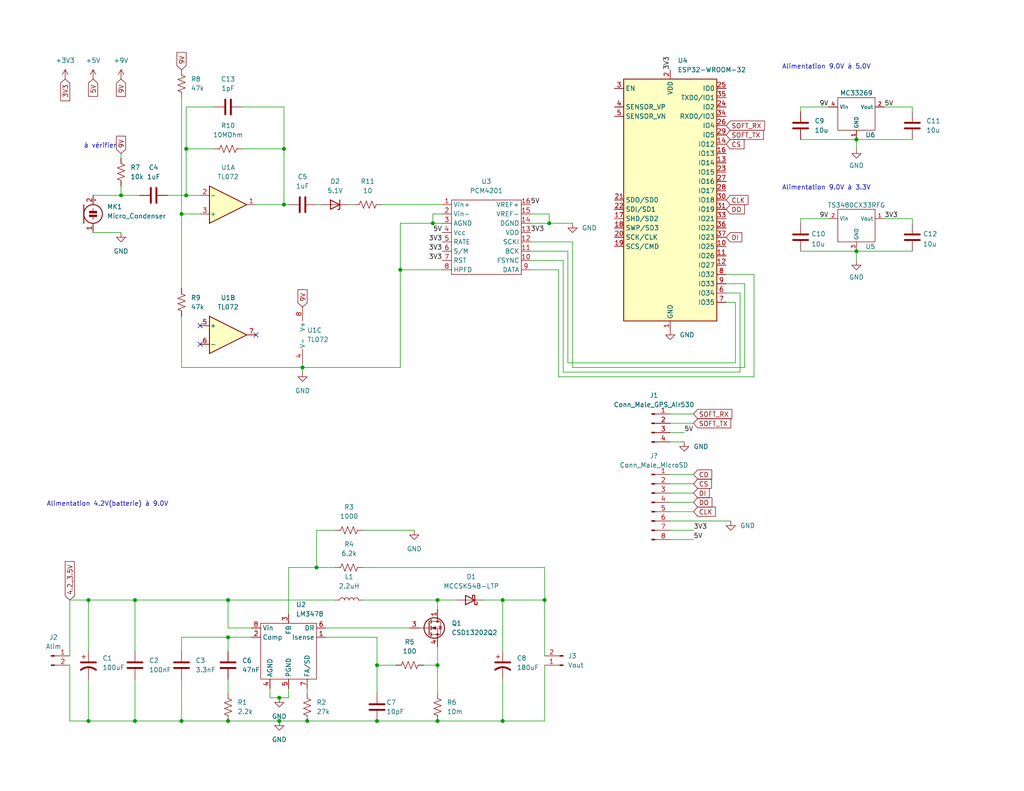
<source format=kicad_sch>
(kicad_sch (version 20211123) (generator eeschema)
  (paper "USLetter")
  (title_block (title "Schéma électrique du prototype \"À l'écoute des vers\"") (date "2022-11-21") (rev "V1.0") (company "Cégep de Sherbrooke") (comment 1 "Fait par: Jacob Turcotte et Eric Gingras") (comment 2 "Pour le cours: 247-575-SH") (comment 3 "Pour: Mme Hélène Beaumont"))
  (lib_symbols
    (symbol "Amplifier_Operational:TL072" (pin_names (offset 0.127))
      (property "Reference" "U" (at 0 5.08 0))
      (property "Value" "TL072" (at 0 -5.08 0))
      (symbol "TL072_1_1"
        (polyline (pts (xy -5.08 5.08) (xy 5.08 0) (xy -5.08 -5.08) (xy -5.08 5.08)) (stroke (width 0.254)) (fill (type background)))
        (pin output line (at 7.62 0 180) (length 2.54) (name "~") (number "1"))
        (pin input line (at -7.62 -2.54 0) (length 2.54) (name "-") (number "2"))
        (pin input line (at -7.62 2.54 0) (length 2.54) (name "+") (number "3"))
      )
      (symbol "TL072_2_1"
        (polyline (pts (xy -5.08 5.08) (xy 5.08 0) (xy -5.08 -5.08) (xy -5.08 5.08)) (stroke (width 0.254)) (fill (type background)))
        (pin input line (at -7.62 2.54 0) (length 2.54) (name "+") (number "5"))
        (pin input line (at -7.62 -2.54 0) (length 2.54) (name "-") (number "6"))
        (pin output line (at 7.62 0 180) (length 2.54) (name "~") (number "7"))
      )
      (symbol "TL072_3_1"
        (pin power_in line (at -2.54 -7.62 90) (length 3.81) (name "V-") (number "4"))
        (pin power_in line (at -2.54 7.62 270) (length 3.81) (name "V+") (number "8"))
      )
    )
    (symbol "Connector:Conn_01x02_Male" (pin_names (offset 1.016) hide)
      (property "Reference" "J" (at 0 2.54 0))
      (property "Value" "Conn_01x02_Male" (at 0 -5.08 0))
      (symbol "Conn_01x02_Male_1_1"
        (polyline (pts (xy 1.27 -2.54) (xy 0.8636 -2.54)) (stroke (width 0.1524)))
        (polyline (pts (xy 1.27 0) (xy 0.8636 0)) (stroke (width 0.1524)))
        (rectangle (start 0.8636 -2.413) (end 0 -2.667) (stroke (width 0.1524)) (fill (type outline)))
        (rectangle (start 0.8636 0.127) (end 0 -0.127) (stroke (width 0.1524)) (fill (type outline)))
        (pin passive line (at 5.08 0 180) (length 3.81) (name "Pin_1") (number "1"))
        (pin passive line (at 5.08 -2.54 180) (length 3.81) (name "Pin_2") (number "2"))
      )
    )
    (symbol "Connector:Conn_01x04_Male" (pin_names (offset 1.016) hide)
      (property "Reference" "J" (at 0 5.08 0))
      (property "Value" "Conn_01x04_Male" (at 0 -7.62 0))
      (symbol "Conn_01x04_Male_1_1"
        (polyline (pts (xy 1.27 -5.08) (xy 0.8636 -5.08)) (stroke (width 0.1524)))
        (polyline (pts (xy 1.27 -2.54) (xy 0.8636 -2.54)) (stroke (width 0.1524)))
        (polyline (pts (xy 1.27 0) (xy 0.8636 0)) (stroke (width 0.1524)))
        (polyline (pts (xy 1.27 2.54) (xy 0.8636 2.54)) (stroke (width 0.1524)))
        (rectangle (start 0.8636 -4.953) (end 0 -5.207) (stroke (width 0.1524)) (fill (type outline)))
        (rectangle (start 0.8636 -2.413) (end 0 -2.667) (stroke (width 0.1524)) (fill (type outline)))
        (rectangle (start 0.8636 0.127) (end 0 -0.127) (stroke (width 0.1524)) (fill (type outline)))
        (rectangle (start 0.8636 2.667) (end 0 2.413) (stroke (width 0.1524)) (fill (type outline)))
        (pin passive line (at 5.08 2.54 180) (length 3.81) (name "Pin_1") (number "1"))
        (pin passive line (at 5.08 0 180) (length 3.81) (name "Pin_2") (number "2"))
        (pin passive line (at 5.08 -2.54 180) (length 3.81) (name "Pin_3") (number "3"))
        (pin passive line (at 5.08 -5.08 180) (length 3.81) (name "Pin_4") (number "4"))
      )
    )
    (symbol "Connector:Conn_01x08_Male" (pin_names (offset 1.016) hide)
      (property "Reference" "J" (at 0 10.16 0))
      (property "Value" "Conn_01x08_Male" (at 0 -12.7 0))
      (symbol "Conn_01x08_Male_1_1"
        (polyline (pts (xy 1.27 -10.16) (xy 0.8636 -10.16)) (stroke (width 0.1524)))
        (polyline (pts (xy 1.27 -7.62) (xy 0.8636 -7.62)) (stroke (width 0.1524)))
        (polyline (pts (xy 1.27 -5.08) (xy 0.8636 -5.08)) (stroke (width 0.1524)))
        (polyline (pts (xy 1.27 -2.54) (xy 0.8636 -2.54)) (stroke (width 0.1524)))
        (polyline (pts (xy 1.27 0) (xy 0.8636 0)) (stroke (width 0.1524)))
        (polyline (pts (xy 1.27 2.54) (xy 0.8636 2.54)) (stroke (width 0.1524)))
        (polyline (pts (xy 1.27 5.08) (xy 0.8636 5.08)) (stroke (width 0.1524)))
        (polyline (pts (xy 1.27 7.62) (xy 0.8636 7.62)) (stroke (width 0.1524)))
        (rectangle (start 0.8636 -10.033) (end 0 -10.287) (stroke (width 0.1524)) (fill (type outline)))
        (rectangle (start 0.8636 -7.493) (end 0 -7.747) (stroke (width 0.1524)) (fill (type outline)))
        (rectangle (start 0.8636 -4.953) (end 0 -5.207) (stroke (width 0.1524)) (fill (type outline)))
        (rectangle (start 0.8636 -2.413) (end 0 -2.667) (stroke (width 0.1524)) (fill (type outline)))
        (rectangle (start 0.8636 0.127) (end 0 -0.127) (stroke (width 0.1524)) (fill (type outline)))
        (rectangle (start 0.8636 2.667) (end 0 2.413) (stroke (width 0.1524)) (fill (type outline)))
        (rectangle (start 0.8636 5.207) (end 0 4.953) (stroke (width 0.1524)) (fill (type outline)))
        (rectangle (start 0.8636 7.747) (end 0 7.493) (stroke (width 0.1524)) (fill (type outline)))
        (pin passive line (at 5.08 7.62 180) (length 3.81) (name "Pin_1") (number "1"))
        (pin passive line (at 5.08 5.08 180) (length 3.81) (name "Pin_2") (number "2"))
        (pin passive line (at 5.08 2.54 180) (length 3.81) (name "Pin_3") (number "3"))
        (pin passive line (at 5.08 0 180) (length 3.81) (name "Pin_4") (number "4"))
        (pin passive line (at 5.08 -2.54 180) (length 3.81) (name "Pin_5") (number "5"))
        (pin passive line (at 5.08 -5.08 180) (length 3.81) (name "Pin_6") (number "6"))
        (pin passive line (at 5.08 -7.62 180) (length 3.81) (name "Pin_7") (number "7"))
        (pin passive line (at 5.08 -10.16 180) (length 3.81) (name "Pin_8") (number "8"))
      )
    )
    (symbol "Custom:MC33269"
      (property "Reference" "U8" (at 2.54 -5.08 0))
      (property "Value" "MC33269" (at -1.27 6.35 0))
      (symbol "MC33269_0_1"
        (rectangle (start -6.35 5.08) (end 3.81 -3.81) (stroke (width 0.1524)))
      )
      (symbol "MC33269_1_1"
        (pin power_in line (at -1.27 -6.35 90) (length 2.5) (name "GND") (number "1"))
        (pin power_out line (at 6.35 2.54 180) (length 2.5) (name "Vout") (number "2"))
        (pin passive line (at 6.35 2.54 180) (length 2.5) hide (name "Vout") (number "3"))
        (pin power_in line (at -8.89 2.54 0) (length 2.5) (name "Vin") (number "4"))
        (pin passive line (at 6.35 2.54 180) (length 2.5) hide (name "Vout") (number "6"))
        (pin passive line (at 6.35 2.54 180) (length 2.5) hide (name "Vout") (number "7"))
      )
    )
    (symbol "Custom:TS3480CX33RFG"
      (property "Reference" "U" (at 3.81 -10.16 0))
      (property "Value" "TS3480CX33RFG" (at 0 1.27 0))
      (symbol "TS3480CX33RFG_0_1"
        (rectangle (start -5.08 0) (end 5.08 -8.89) (stroke (width 0.1524)))
      )
      (symbol "TS3480CX33RFG_1_1"
        (pin power_out line (at 7.62 -2.54 180) (length 2.5) (name "Vout") (number "1"))
        (pin power_in line (at -7.62 -2.54 0) (length 2.5) (name "Vin") (number "2"))
        (pin power_in line (at 0 -11.43 90) (length 2.5) (name "GND") (number "3"))
      )
    )
    (symbol "Device:C" (pin_numbers hide) (pin_names (offset 0.254))
      (property "Reference" "C" (at 0.635 2.54 0))
      (property "Value" "C" (at 0.635 -2.54 0))
      (symbol "C_0_1"
        (polyline (pts (xy -2.032 -0.762) (xy 2.032 -0.762)) (stroke (width 0.508)))
        (polyline (pts (xy -2.032 0.762) (xy 2.032 0.762)) (stroke (width 0.508)))
      )
      (symbol "C_1_1"
        (pin passive line (at 0 3.81 270) (length 2.794) (name "~") (number "1"))
        (pin passive line (at 0 -3.81 90) (length 2.794) (name "~") (number "2"))
      )
    )
    (symbol "Device:C_Polarized_US" (pin_numbers hide) (pin_names (offset 0.254) hide)
      (property "Reference" "C" (at 0.635 2.54 0))
      (property "Value" "C_Polarized_US" (at 0.635 -2.54 0))
      (symbol "C_Polarized_US_0_1"
        (polyline (pts (xy -2.032 0.762) (xy 2.032 0.762)) (stroke (width 0.508)))
        (polyline (pts (xy -1.778 2.286) (xy -0.762 2.286)))
        (polyline (pts (xy -1.27 1.778) (xy -1.27 2.794)))
        (arc (start 2.032 -1.27) (mid 0 -0.5572) (end -2.032 -1.27) (stroke (width 0.508)))
      )
      (symbol "C_Polarized_US_1_1"
        (pin passive line (at 0 3.81 270) (length 2.794) (name "~") (number "1"))
        (pin passive line (at 0 -3.81 90) (length 3.302) (name "~") (number "2"))
      )
    )
    (symbol "Device:D_Schottky" (pin_numbers hide) (pin_names (offset 1.016) hide)
      (property "Reference" "D" (at 0 2.54 0))
      (property "Value" "D_Schottky" (at 0 -2.54 0))
      (symbol "D_Schottky_0_1"
        (polyline (pts (xy 1.27 0) (xy -1.27 0)))
        (polyline (pts (xy 1.27 1.27) (xy 1.27 -1.27) (xy -1.27 0) (xy 1.27 1.27)) (stroke (width 0.254)))
        (polyline (pts (xy -1.905 0.635) (xy -1.905 1.27) (xy -1.27 1.27) (xy -1.27 -1.27) (xy -0.635 -1.27) (xy -0.635 -0.635)) (stroke (width 0.254)))
      )
      (symbol "D_Schottky_1_1"
        (pin passive line (at -3.81 0 0) (length 2.54) (name "K") (number "1"))
        (pin passive line (at 3.81 0 180) (length 2.54) (name "A") (number "2"))
      )
    )
    (symbol "Device:D_Zener" (pin_numbers hide) (pin_names (offset 1.016) hide)
      (property "Reference" "D" (at 0 2.54 0))
      (property "Value" "D_Zener" (at 0 -2.54 0))
      (symbol "D_Zener_0_1"
        (polyline (pts (xy 1.27 0) (xy -1.27 0)))
        (polyline (pts (xy -1.27 -1.27) (xy -1.27 1.27) (xy -0.762 1.27)) (stroke (width 0.254)))
        (polyline (pts (xy 1.27 -1.27) (xy 1.27 1.27) (xy -1.27 0) (xy 1.27 -1.27)) (stroke (width 0.254)))
      )
      (symbol "D_Zener_1_1"
        (pin passive line (at -3.81 0 0) (length 2.54) (name "K") (number "1"))
        (pin passive line (at 3.81 0 180) (length 2.54) (name "A") (number "2"))
      )
    )
    (symbol "Device:L" (pin_numbers hide) (pin_names (offset 1.016) hide)
      (property "Reference" "L" (at -1.27 0 90))
      (property "Value" "L" (at 1.905 0 90))
      (symbol "L_0_1"
        (arc (start 0 -2.54) (mid 0.635 -1.905) (end 0 -1.27))
        (arc (start 0 -1.27) (mid 0.635 -0.635) (end 0 0))
        (arc (start 0 0) (mid 0.635 0.635) (end 0 1.27))
        (arc (start 0 1.27) (mid 0.635 1.905) (end 0 2.54))
      )
      (symbol "L_1_1"
        (pin passive line (at 0 3.81 270) (length 1.27) (name "1") (number "1"))
        (pin passive line (at 0 -3.81 90) (length 1.27) (name "2") (number "2"))
      )
    )
    (symbol "Device:Microphone_Condenser" (pin_names (offset 0.0254) hide)
      (property "Reference" "MK" (at -3.302 1.27 0))
      (property "Value" "Microphone_Condenser" (at -3.302 -0.635 0))
      (symbol "Microphone_Condenser_0_1"
        (polyline (pts (xy -2.54 2.54) (xy -2.54 -2.54)) (stroke (width 0.254)))
        (polyline (pts (xy 0 -0.762) (xy 0 -1.524)))
        (polyline (pts (xy 0 0.762) (xy 0 1.524)))
        (polyline (pts (xy 0.254 3.81) (xy 0.762 3.81)))
        (polyline (pts (xy 0.508 4.064) (xy 0.508 3.556)))
        (circle (center 0 0) (radius 2.54) (stroke (width 0.254)))
        (rectangle (start 1.016 -0.254) (end -1.016 -0.762) (fill (type outline)))
        (rectangle (start 1.016 0.762) (end -1.016 0.254) (fill (type outline)))
      )
      (symbol "Microphone_Condenser_1_1"
        (pin passive line (at 0 -5.08 90) (length 2.54) (name "-") (number "1"))
        (pin passive line (at 0 5.08 270) (length 2.54) (name "+") (number "2"))
      )
    )
    (symbol "Device:R_US" (pin_numbers hide) (pin_names (offset 0))
      (property "Reference" "R" (at 2.54 0 90))
      (property "Value" "R_US" (at -2.54 0 90))
      (symbol "R_US_0_1"
        (polyline (pts (xy 0 -2.286) (xy 0 -2.54)))
        (polyline (pts (xy 0 2.286) (xy 0 2.54)))
        (polyline (pts (xy 0 -0.762) (xy 1.016 -1.143) (xy 0 -1.524) (xy -1.016 -1.905) (xy 0 -2.286)))
        (polyline (pts (xy 0 0.762) (xy 1.016 0.381) (xy 0 0) (xy -1.016 -0.381) (xy 0 -0.762)))
        (polyline (pts (xy 0 2.286) (xy 1.016 1.905) (xy 0 1.524) (xy -1.016 1.143) (xy 0 0.762)))
      )
      (symbol "R_US_1_1"
        (pin passive line (at 0 3.81 270) (length 1.27) (name "~") (number "1"))
        (pin passive line (at 0 -3.81 90) (length 1.27) (name "~") (number "2"))
      )
    )
    (symbol "LM3478:LM3478"
      (property "Reference" "U" (at 3.81 11.43 0))
      (property "Value" "LM3478" (at -8.89 0 90))
      (symbol "LM3478_0_1"
        (rectangle (start -7.62 10.16) (end 7.62 -5.08))
      )
      (symbol "LM3478_1_1"
        (pin input line (at 10.16 6.35 180) (length 2.54) (name "Isense") (number "1"))
        (pin input line (at -10.16 6.35 0) (length 2.54) (name "Comp") (number "2"))
        (pin input line (at 0 12.7 270) (length 2.54) (name "FB") (number "3"))
        (pin input line (at -5.08 -7.62 90) (length 2.54) (name "AGND") (number "4"))
        (pin input line (at 0 -7.62 90) (length 2.54) (name "PGND") (number "5"))
        (pin power_out line (at 10.16 8.89 180) (length 2.54) (name "DR") (number "6"))
        (pin input line (at 5.08 -7.62 90) (length 2.54) (name "FA/SD") (number "7"))
        (pin power_in line (at -10.16 8.89 0) (length 2.54) (name "Vin") (number "8"))
      )
    )
    (symbol "PCM4201:PCM4201"
      (property "Reference" "U" (at 3.81 6.35 0))
      (property "Value" "PCM4201" (at 3.81 3.81 0))
      (symbol "PCM4201_0_1"
        (rectangle (start -5.08 2.54) (end 13.97 -17.78))
      )
      (symbol "PCM4201_1_1"
        (pin input line (at -7.62 1.27 0) (length 2.54) (name "Vin+") (number "1"))
        (pin input line (at 16.51 -13.97 180) (length 2.54) (name "FSYNC") (number "10"))
        (pin input line (at 16.51 -11.43 180) (length 2.54) (name "BCK") (number "11"))
        (pin input line (at 16.51 -8.89 180) (length 2.54) (name "SCKI") (number "12"))
        (pin input line (at 16.51 -6.35 180) (length 2.54) (name "VDD") (number "13"))
        (pin input line (at 16.51 -3.81 180) (length 2.54) (name "DGND") (number "14"))
        (pin input line (at 16.51 -1.27 180) (length 2.54) (name "VREF-") (number "15"))
        (pin input line (at 16.51 1.27 180) (length 2.54) (name "VREF+") (number "16"))
        (pin input line (at -7.62 -1.27 0) (length 2.54) (name "Vin-") (number "2"))
        (pin input line (at -7.62 -3.81 0) (length 2.54) (name "AGND") (number "3"))
        (pin input line (at -7.62 -6.35 0) (length 2.54) (name "Vcc") (number "4"))
        (pin input line (at -7.62 -8.89 0) (length 2.54) (name "RATE") (number "5"))
        (pin input line (at -7.62 -11.43 0) (length 2.54) (name "S/M") (number "6"))
        (pin input line (at -7.62 -13.97 0) (length 2.54) (name "RST") (number "7"))
        (pin input line (at -7.62 -16.51 0) (length 2.54) (name "HPFD") (number "8"))
        (pin input line (at 16.51 -16.51 180) (length 2.54) (name "DATA") (number "9"))
      )
    )
    (symbol "RF_Module:ESP32-WROOM-32"
      (property "Reference" "U" (at -12.7 34.29 0))
      (property "Value" "ESP32-WROOM-32" (at 1.27 34.29 0))
      (symbol "ESP32-WROOM-32_0_1"
        (rectangle (start -12.7 33.02) (end 12.7 -33.02) (stroke (width 0.254)) (fill (type background)))
      )
      (symbol "ESP32-WROOM-32_1_1"
        (pin power_in line (at 0 -35.56 90) (length 2.54) (name "GND") (number "1"))
        (pin bidirectional line (at 15.24 -12.7 180) (length 2.54) (name "IO25") (number "10"))
        (pin bidirectional line (at 15.24 -15.24 180) (length 2.54) (name "IO26") (number "11"))
        (pin bidirectional line (at 15.24 -17.78 180) (length 2.54) (name "IO27") (number "12"))
        (pin bidirectional line (at 15.24 10.16 180) (length 2.54) (name "IO14") (number "13"))
        (pin bidirectional line (at 15.24 15.24 180) (length 2.54) (name "IO12") (number "14"))
        (pin passive line (at 0 -35.56 90) (length 2.54) hide (name "GND") (number "15"))
        (pin bidirectional line (at 15.24 12.7 180) (length 2.54) (name "IO13") (number "16"))
        (pin bidirectional line (at -15.24 -5.08 0) (length 2.54) (name "SHD/SD2") (number "17"))
        (pin bidirectional line (at -15.24 -7.62 0) (length 2.54) (name "SWP/SD3") (number "18"))
        (pin bidirectional line (at -15.24 -12.7 0) (length 2.54) (name "SCS/CMD") (number "19"))
        (pin power_in line (at 0 35.56 270) (length 2.54) (name "VDD") (number "2"))
        (pin bidirectional line (at -15.24 -10.16 0) (length 2.54) (name "SCK/CLK") (number "20"))
        (pin bidirectional line (at -15.24 0 0) (length 2.54) (name "SDO/SD0") (number "21"))
        (pin bidirectional line (at -15.24 -2.54 0) (length 2.54) (name "SDI/SD1") (number "22"))
        (pin bidirectional line (at 15.24 7.62 180) (length 2.54) (name "IO15") (number "23"))
        (pin bidirectional line (at 15.24 25.4 180) (length 2.54) (name "IO2") (number "24"))
        (pin bidirectional line (at 15.24 30.48 180) (length 2.54) (name "IO0") (number "25"))
        (pin bidirectional line (at 15.24 20.32 180) (length 2.54) (name "IO4") (number "26"))
        (pin bidirectional line (at 15.24 5.08 180) (length 2.54) (name "IO16") (number "27"))
        (pin bidirectional line (at 15.24 2.54 180) (length 2.54) (name "IO17") (number "28"))
        (pin bidirectional line (at 15.24 17.78 180) (length 2.54) (name "IO5") (number "29"))
        (pin input line (at -15.24 30.48 0) (length 2.54) (name "EN") (number "3"))
        (pin bidirectional line (at 15.24 0 180) (length 2.54) (name "IO18") (number "30"))
        (pin bidirectional line (at 15.24 -2.54 180) (length 2.54) (name "IO19") (number "31"))
        (pin no_connect line (at -12.7 -27.94 0) (length 2.54) hide (name "NC") (number "32"))
        (pin bidirectional line (at 15.24 -5.08 180) (length 2.54) (name "IO21") (number "33"))
        (pin bidirectional line (at 15.24 22.86 180) (length 2.54) (name "RXD0/IO3") (number "34"))
        (pin bidirectional line (at 15.24 27.94 180) (length 2.54) (name "TXD0/IO1") (number "35"))
        (pin bidirectional line (at 15.24 -7.62 180) (length 2.54) (name "IO22") (number "36"))
        (pin bidirectional line (at 15.24 -10.16 180) (length 2.54) (name "IO23") (number "37"))
        (pin passive line (at 0 -35.56 90) (length 2.54) hide (name "GND") (number "38"))
        (pin passive line (at 0 -35.56 90) (length 2.54) hide (name "GND") (number "39"))
        (pin input line (at -15.24 25.4 0) (length 2.54) (name "SENSOR_VP") (number "4"))
        (pin input line (at -15.24 22.86 0) (length 2.54) (name "SENSOR_VN") (number "5"))
        (pin input line (at 15.24 -25.4 180) (length 2.54) (name "IO34") (number "6"))
        (pin input line (at 15.24 -27.94 180) (length 2.54) (name "IO35") (number "7"))
        (pin bidirectional line (at 15.24 -20.32 180) (length 2.54) (name "IO32") (number "8"))
        (pin bidirectional line (at 15.24 -22.86 180) (length 2.54) (name "IO33") (number "9"))
      )
    )
    (symbol "Transistor_FET:CSD16301Q2" (pin_names hide)
      (property "Reference" "Q" (at 5.08 1.905 0))
      (property "Value" "CSD16301Q2" (at 5.08 0 0))
      (symbol "CSD16301Q2_0_1"
        (polyline (pts (xy 0.254 0) (xy -2.54 0)))
        (polyline (pts (xy 0.254 1.905) (xy 0.254 -1.905)) (stroke (width 0.254)))
        (polyline (pts (xy 0.762 -1.27) (xy 0.762 -2.286)) (stroke (width 0.254)))
        (polyline (pts (xy 0.762 0.508) (xy 0.762 -0.508)) (stroke (width 0.254)))
        (polyline (pts (xy 0.762 2.286) (xy 0.762 1.27)) (stroke (width 0.254)))
        (polyline (pts (xy 2.54 2.54) (xy 2.54 1.778)))
        (polyline (pts (xy 2.54 -2.54) (xy 2.54 0) (xy 0.762 0)))
        (polyline (pts (xy 0.762 -1.778) (xy 3.302 -1.778) (xy 3.302 1.778) (xy 0.762 1.778)))
        (polyline (pts (xy 1.016 0) (xy 2.032 0.381) (xy 2.032 -0.381) (xy 1.016 0)) (fill (type outline)))
        (polyline (pts (xy 2.794 0.508) (xy 2.921 0.381) (xy 3.683 0.381) (xy 3.81 0.254)))
        (polyline (pts (xy 3.302 0.381) (xy 2.921 -0.254) (xy 3.683 -0.254) (xy 3.302 0.381)))
        (circle (center 1.651 0) (radius 2.794) (stroke (width 0.254)))
        (circle (center 2.54 -1.778) (radius 0.254) (fill (type outline)))
        (circle (center 2.54 1.778) (radius 0.254) (fill (type outline)))
      )
      (symbol "CSD16301Q2_1_1"
        (pin passive line (at 2.54 5.08 270) (length 2.54) (name "D") (number "1"))
        (pin passive line (at 2.54 5.08 270) (length 2.54) hide (name "D") (number "2"))
        (pin passive line (at -5.08 0 0) (length 2.54) (name "G") (number "3"))
        (pin passive line (at 2.54 -5.08 90) (length 2.54) (name "S") (number "4"))
        (pin passive line (at 2.54 5.08 270) (length 2.54) hide (name "D") (number "5"))
        (pin passive line (at 2.54 5.08 270) (length 2.54) hide (name "D") (number "6"))
        (pin passive line (at 2.54 -5.08 90) (length 2.54) hide (name "S") (number "7"))
        (pin passive line (at 2.54 5.08 270) (length 2.54) hide (name "D") (number "8"))
      )
    )
    (symbol "power:+3.3V" (power) (pin_names (offset 0))
      (property "Value" "+3.3V" (at 0 3.556 0))
      (symbol "+3.3V_0_1"
        (polyline (pts (xy -0.762 1.27) (xy 0 2.54)))
        (polyline (pts (xy 0 0) (xy 0 2.54)))
        (polyline (pts (xy 0 2.54) (xy 0.762 1.27)))
      )
      (symbol "+3.3V_1_1"
        (pin power_in line (at 0 0 90) (length 0) hide (name "+3V3") (number "1"))
      )
    )
    (symbol "power:+5V" (power) (pin_names (offset 0))
      (property "Value" "+5V" (at 0 3.556 0))
      (symbol "+5V_0_1"
        (polyline (pts (xy -0.762 1.27) (xy 0 2.54)))
        (polyline (pts (xy 0 0) (xy 0 2.54)))
        (polyline (pts (xy 0 2.54) (xy 0.762 1.27)))
      )
      (symbol "+5V_1_1"
        (pin power_in line (at 0 0 90) (length 0) hide (name "+5V") (number "1"))
      )
    )
    (symbol "power:+9V" (power) (pin_names (offset 0))
      (property "Value" "+9V" (at 0 3.556 0))
      (symbol "+9V_0_1"
        (polyline (pts (xy -0.762 1.27) (xy 0 2.54)))
        (polyline (pts (xy 0 0) (xy 0 2.54)))
        (polyline (pts (xy 0 2.54) (xy 0.762 1.27)))
      )
      (symbol "+9V_1_1"
        (pin power_in line (at 0 0 90) (length 0) hide (name "+9V") (number "1"))
      )
    )
    (symbol "power:GND" (power) (pin_names (offset 0))
      (property "Value" "GND" (at 0 -3.81 0))
      (symbol "GND_0_1"
        (polyline (pts (xy 0 0) (xy 0 -1.27) (xy 1.27 -1.27) (xy 0 -2.54) (xy -1.27 -1.27) (xy 0 -1.27)))
      )
      (symbol "GND_1_1"
        (pin power_in line (at 0 0 270) (length 0) hide (name "GND") (number "1"))
      )
    )
  )
  (junction (at 36.83 163.83))
  (junction (at 119.38 181.61))
  (junction (at 137.16 163.83))
  (junction (at 233.68 68.58))
  (junction (at 24.13 196.85))
  (junction (at 50.8 40.64))
  (junction (at 49.53 58.42))
  (junction (at 33.02 53.34))
  (junction (at 233.68 38.1))
  (junction (at 137.16 196.85))
  (junction (at 77.47 40.64))
  (junction (at 76.2 196.85))
  (junction (at 102.87 181.61))
  (junction (at 102.87 196.85))
  (junction (at 36.83 196.85))
  (junction (at 49.53 196.85))
  (junction (at 86.36 154.94))
  (junction (at 24.13 163.83))
  (junction (at 62.23 173.99))
  (junction (at 62.23 196.85))
  (junction (at 62.23 163.83))
  (junction (at 50.8 53.34))
  (junction (at 119.38 163.83))
  (junction (at 83.82 196.85))
  (junction (at 149.86 60.96))
  (junction (at 82.55 100.33))
  (junction (at 76.2 190.5))
  (junction (at 148.59 163.83))
  (junction (at 119.38 196.85))
  (junction (at 77.47 55.88))
  (junction (at 118.11 60.96))
  (junction (at 109.22 73.66))
  (no_connect (at 54.61 88.9))
  (no_connect (at 69.85 91.44))
  (no_connect (at 54.61 93.98))
  (wire (pts (xy 241.3 29.21) (xy 248.92 29.21)))
  (wire (pts (xy 76.2 196.85) (xy 83.82 196.85)))
  (wire (pts (xy 24.13 177.8) (xy 24.13 163.83)))
  (wire (pts (xy 200.66 99.06) (xy 200.66 82.55)))
  (wire (pts (xy 49.53 196.85) (xy 62.23 196.85)))
  (wire (pts (xy 233.68 38.1) (xy 233.68 40.64)))
  (wire (pts (xy 118.11 58.42) (xy 118.11 60.96)))
  (wire (pts (xy 19.05 163.83) (xy 24.13 163.83)))
  (wire (pts (xy 182.88 134.62) (xy 189.23 134.62)))
  (wire (pts (xy 119.38 176.53) (xy 119.38 181.61)))
  (wire (pts (xy 33.02 43.18) (xy 33.02 41.91)))
  (wire (pts (xy 86.36 144.78) (xy 86.36 154.94)))
  (wire (pts (xy 69.85 55.88) (xy 77.47 55.88)))
  (wire (pts (xy 62.23 185.42) (xy 62.23 189.23)))
  (wire (pts (xy 49.53 185.42) (xy 49.53 196.85)))
  (wire (pts (xy 218.44 68.58) (xy 233.68 68.58)))
  (wire (pts (xy 24.13 185.42) (xy 24.13 196.85)))
  (wire (pts (xy 25.4 63.5) (xy 33.02 63.5)))
  (wire (pts (xy 58.42 29.21) (xy 50.8 29.21)))
  (wire (pts (xy 205.74 74.93) (xy 198.12 74.93)))
  (wire (pts (xy 99.06 163.83) (xy 119.38 163.83)))
  (wire (pts (xy 148.59 154.94) (xy 148.59 163.83)))
  (wire (pts (xy 156.21 100.33) (xy 203.2 100.33)))
  (wire (pts (xy 36.83 196.85) (xy 49.53 196.85)))
  (wire (pts (xy 76.2 190.5) (xy 78.74 190.5)))
  (wire (pts (xy 104.14 55.88) (xy 120.65 55.88)))
  (wire (pts (xy 132.08 163.83) (xy 137.16 163.83)))
  (wire (pts (xy 19.05 179.07) (xy 19.05 163.83)))
  (wire (pts (xy 109.22 60.96) (xy 118.11 60.96)))
  (wire (pts (xy 36.83 185.42) (xy 36.83 196.85)))
  (wire (pts (xy 45.72 53.34) (xy 50.8 53.34)))
  (wire (pts (xy 82.55 101.6) (xy 82.55 100.33)))
  (wire (pts (xy 68.58 173.99) (xy 62.23 173.99)))
  (wire (pts (xy 77.47 40.64) (xy 77.47 55.88)))
  (wire (pts (xy 182.88 139.7) (xy 189.23 139.7)))
  (wire (pts (xy 95.25 55.88) (xy 96.52 55.88)))
  (wire (pts (xy 88.9 173.99) (xy 102.87 173.99)))
  (wire (pts (xy 49.53 177.8) (xy 49.53 173.99)))
  (wire (pts (xy 144.78 58.42) (xy 149.86 58.42)))
  (wire (pts (xy 233.68 68.58) (xy 248.92 68.58)))
  (wire (pts (xy 203.2 100.33) (xy 203.2 77.47)))
  (wire (pts (xy 154.94 68.58) (xy 154.94 99.06)))
  (wire (pts (xy 182.88 142.24) (xy 199.39 142.24)))
  (wire (pts (xy 49.53 26.67) (xy 49.53 58.42)))
  (wire (pts (xy 182.88 144.78) (xy 189.23 144.78)))
  (wire (pts (xy 248.92 29.21) (xy 248.92 30.48)))
  (wire (pts (xy 66.04 29.21) (xy 77.47 29.21)))
  (wire (pts (xy 144.78 73.66) (xy 152.4 73.66)))
  (wire (pts (xy 144.78 66.04) (xy 156.21 66.04)))
  (wire (pts (xy 77.47 29.21) (xy 77.47 40.64)))
  (wire (pts (xy 233.68 68.58) (xy 233.68 71.12)))
  (wire (pts (xy 119.38 166.37) (xy 119.38 163.83)))
  (wire (pts (xy 49.53 86.36) (xy 49.53 100.33)))
  (wire (pts (xy 118.11 60.96) (xy 120.65 60.96)))
  (wire (pts (xy 218.44 29.21) (xy 226.06 29.21)))
  (wire (pts (xy 66.04 40.64) (xy 77.47 40.64)))
  (wire (pts (xy 19.05 181.61) (xy 19.05 196.85)))
  (wire (pts (xy 73.66 190.5) (xy 76.2 190.5)))
  (wire (pts (xy 109.22 73.66) (xy 109.22 100.33)))
  (wire (pts (xy 19.05 196.85) (xy 24.13 196.85)))
  (wire (pts (xy 36.83 177.8) (xy 36.83 163.83)))
  (wire (pts (xy 78.74 190.5) (xy 78.74 187.96)))
  (wire (pts (xy 91.44 154.94) (xy 86.36 154.94)))
  (wire (pts (xy 99.06 154.94) (xy 148.59 154.94)))
  (wire (pts (xy 119.38 163.83) (xy 124.46 163.83)))
  (wire (pts (xy 137.16 163.83) (xy 137.16 177.8)))
  (wire (pts (xy 78.74 154.94) (xy 78.74 167.64)))
  (wire (pts (xy 201.93 80.01) (xy 198.12 80.01)))
  (wire (pts (xy 233.68 38.1) (xy 248.92 38.1)))
  (wire (pts (xy 24.13 196.85) (xy 36.83 196.85)))
  (wire (pts (xy 152.4 102.87) (xy 205.74 102.87)))
  (wire (pts (xy 68.58 171.45) (xy 62.23 171.45)))
  (wire (pts (xy 156.21 66.04) (xy 156.21 100.33)))
  (wire (pts (xy 182.88 120.65) (xy 186.69 120.65)))
  (wire (pts (xy 36.83 163.83) (xy 62.23 163.83)))
  (wire (pts (xy 148.59 181.61) (xy 148.59 196.85)))
  (wire (pts (xy 153.67 101.6) (xy 201.93 101.6)))
  (wire (pts (xy 137.16 185.42) (xy 137.16 196.85)))
  (wire (pts (xy 86.36 55.88) (xy 87.63 55.88)))
  (wire (pts (xy 88.9 171.45) (xy 111.76 171.45)))
  (wire (pts (xy 49.53 58.42) (xy 49.53 78.74)))
  (wire (pts (xy 148.59 196.85) (xy 137.16 196.85)))
  (wire (pts (xy 102.87 196.85) (xy 119.38 196.85)))
  (wire (pts (xy 77.47 55.88) (xy 78.74 55.88)))
  (wire (pts (xy 82.55 100.33) (xy 82.55 99.06)))
  (wire (pts (xy 50.8 29.21) (xy 50.8 40.64)))
  (wire (pts (xy 119.38 181.61) (xy 119.38 189.23)))
  (wire (pts (xy 144.78 60.96) (xy 149.86 60.96)))
  (wire (pts (xy 148.59 179.07) (xy 148.59 163.83)))
  (wire (pts (xy 24.13 163.83) (xy 36.83 163.83)))
  (wire (pts (xy 182.88 147.32) (xy 189.23 147.32)))
  (wire (pts (xy 149.86 60.96) (xy 156.21 60.96)))
  (wire (pts (xy 218.44 59.69) (xy 218.44 60.96)))
  (wire (pts (xy 62.23 173.99) (xy 62.23 177.8)))
  (wire (pts (xy 33.02 53.34) (xy 33.02 50.8)))
  (wire (pts (xy 201.93 101.6) (xy 201.93 80.01)))
  (wire (pts (xy 62.23 171.45) (xy 62.23 163.83)))
  (wire (pts (xy 33.02 53.34) (xy 38.1 53.34)))
  (wire (pts (xy 154.94 99.06) (xy 200.66 99.06)))
  (wire (pts (xy 182.88 132.08) (xy 189.23 132.08)))
  (wire (pts (xy 226.06 59.69) (xy 218.44 59.69)))
  (wire (pts (xy 107.95 181.61) (xy 102.87 181.61)))
  (wire (pts (xy 58.42 40.64) (xy 50.8 40.64)))
  (wire (pts (xy 241.3 59.69) (xy 248.92 59.69)))
  (wire (pts (xy 49.53 173.99) (xy 62.23 173.99)))
  (wire (pts (xy 99.06 144.78) (xy 113.03 144.78)))
  (wire (pts (xy 182.88 118.11) (xy 186.69 118.11)))
  (wire (pts (xy 86.36 154.94) (xy 78.74 154.94)))
  (wire (pts (xy 91.44 144.78) (xy 86.36 144.78)))
  (wire (pts (xy 182.88 129.54) (xy 189.23 129.54)))
  (wire (pts (xy 54.61 58.42) (xy 49.53 58.42)))
  (wire (pts (xy 102.87 181.61) (xy 102.87 189.23)))
  (wire (pts (xy 205.74 102.87) (xy 205.74 74.93)))
  (wire (pts (xy 50.8 53.34) (xy 54.61 53.34)))
  (wire (pts (xy 109.22 100.33) (xy 82.55 100.33)))
  (wire (pts (xy 62.23 163.83) (xy 91.44 163.83)))
  (wire (pts (xy 137.16 196.85) (xy 119.38 196.85)))
  (wire (pts (xy 218.44 29.21) (xy 218.44 30.48)))
  (wire (pts (xy 73.66 187.96) (xy 73.66 190.5)))
  (wire (pts (xy 248.92 59.69) (xy 248.92 60.96)))
  (wire (pts (xy 109.22 73.66) (xy 120.65 73.66)))
  (wire (pts (xy 182.88 115.57) (xy 189.23 115.57)))
  (wire (pts (xy 152.4 73.66) (xy 152.4 102.87)))
  (wire (pts (xy 83.82 196.85) (xy 102.87 196.85)))
  (wire (pts (xy 149.86 58.42) (xy 149.86 60.96)))
  (wire (pts (xy 120.65 58.42) (xy 118.11 58.42)))
  (wire (pts (xy 153.67 71.12) (xy 153.67 101.6)))
  (wire (pts (xy 50.8 40.64) (xy 50.8 53.34)))
  (wire (pts (xy 49.53 100.33) (xy 82.55 100.33)))
  (wire (pts (xy 148.59 163.83) (xy 137.16 163.83)))
  (wire (pts (xy 200.66 82.55) (xy 198.12 82.55)))
  (wire (pts (xy 144.78 68.58) (xy 154.94 68.58)))
  (wire (pts (xy 144.78 71.12) (xy 153.67 71.12)))
  (wire (pts (xy 62.23 196.85) (xy 76.2 196.85)))
  (wire (pts (xy 83.82 187.96) (xy 83.82 189.23)))
  (wire (pts (xy 109.22 60.96) (xy 109.22 73.66)))
  (wire (pts (xy 182.88 137.16) (xy 189.23 137.16)))
  (wire (pts (xy 102.87 173.99) (xy 102.87 181.61)))
  (wire (pts (xy 203.2 77.47) (xy 198.12 77.47)))
  (wire (pts (xy 218.44 38.1) (xy 233.68 38.1)))
  (wire (pts (xy 25.4 53.34) (xy 33.02 53.34)))
  (wire (pts (xy 182.88 113.03) (xy 189.23 113.03)))
  (wire (pts (xy 115.57 181.61) (xy 119.38 181.61)))
  (text "à vérifier" (at 22.86 40.64 0) (effects (font (size 1.27 1.27)) (justify left bottom)))
  (text "Alimentation 4.2V(batterie) à 9.0V" (at 12.7 138.43 0) (effects (font (size 1.27 1.27)) (justify left bottom)))
  (text "Alimentation 9.0V à 5.0V" (at 213.36 19.05 0) (effects (font (size 1.27 1.27)) (justify left bottom)))
  (text "Alimentation 9.0V à 3.3V" (at 213.36 52.07 0) (effects (font (size 1.27 1.27)) (justify left bottom)))
  (label "5V" (at 144.78 55.88 0))
  (label "5V" (at 189.23 147.32 0))
  (label "3V3" (at 120.65 68.58 180))
  (label "3V3" (at 144.78 63.5 0))
  (label "5V" (at 120.65 63.5 180))
  (label "3V3" (at 182.88 19.05 90))
  (label "9V" (at 226.06 59.69 180))
  (label "3V3" (at 189.23 144.78 0))
  (label "3V3" (at 241.3 59.69 0))
  (label "3V3" (at 120.65 66.04 180))
  (label "5V" (at 241.3 29.21 0))
  (label "3V3" (at 120.65 71.12 180))
  (label "9V" (at 226.06 29.21 180))
  (label "5V" (at 186.69 118.11 0))
  (global_label "SOFT_RX" (shape input) (at 189.23 113.03 0) (property "Intersheet References" "${INTERSHEET_REFS}" (effects hide)))
  (global_label "9V" (shape input) (at 33.02 41.91 90) (property "Intersheet References" "${INTERSHEET_REFS}" (effects hide)))
  (global_label "CLK" (shape input) (at 189.23 139.7 0) (property "Intersheet References" "${INTERSHEET_REFS}" (effects hide)))
  (global_label "3V3" (shape input) (at 17.78 21.59 270) (property "Intersheet References" "${INTERSHEET_REFS}" (effects hide)))
  (global_label "4.2_3.5V" (shape input) (at 19.05 163.83 90) (property "Intersheet References" "${INTERSHEET_REFS}" (effects hide)))
  (global_label "CLK" (shape input) (at 198.12 54.61 0) (property "Intersheet References" "${INTERSHEET_REFS}" (effects hide)))
  (global_label "9V" (shape input) (at 82.55 83.82 90) (property "Intersheet References" "${INTERSHEET_REFS}" (effects hide)))
  (global_label "CS" (shape input) (at 198.12 39.37 0) (property "Intersheet References" "${INTERSHEET_REFS}" (effects hide)))
  (global_label "SOFT_RX" (shape input) (at 198.12 34.29 0) (property "Intersheet References" "${INTERSHEET_REFS}" (effects hide)))
  (global_label "DO" (shape input) (at 189.23 137.16 0) (property "Intersheet References" "${INTERSHEET_REFS}" (effects hide)))
  (global_label "DI" (shape input) (at 198.12 64.77 0) (property "Intersheet References" "${INTERSHEET_REFS}" (effects hide)))
  (global_label "5V" (shape input) (at 25.4 21.59 270) (property "Intersheet References" "${INTERSHEET_REFS}" (effects hide)))
  (global_label "9V" (shape input) (at 33.02 21.59 270) (property "Intersheet References" "${INTERSHEET_REFS}" (effects hide)))
  (global_label "CS" (shape input) (at 189.23 132.08 0) (property "Intersheet References" "${INTERSHEET_REFS}" (effects hide)))
  (global_label "SOFT_TX" (shape input) (at 198.12 36.83 0) (property "Intersheet References" "${INTERSHEET_REFS}" (effects hide)))
  (global_label "9V" (shape input) (at 49.53 19.05 90) (property "Intersheet References" "${INTERSHEET_REFS}" (effects hide)))
  (global_label "DO" (shape input) (at 198.12 57.15 0) (property "Intersheet References" "${INTERSHEET_REFS}" (effects hide)))
  (global_label "SOFT_TX" (shape input) (at 189.23 115.57 0) (property "Intersheet References" "${INTERSHEET_REFS}" (effects hide)))
  (global_label "CD" (shape input) (at 189.23 129.54 0) (property "Intersheet References" "${INTERSHEET_REFS}" (effects hide)))
  (global_label "DI" (shape input) (at 189.23 134.62 0) (property "Intersheet References" "${INTERSHEET_REFS}" (effects hide)))
  (symbol (lib_id "PCM4201:PCM4201") (at 128.27 57.15 0) (unit 1)
    (property "Reference" "U3" (at 132.715 49.53 0))
    (property "Value" "PCM4201" (at 132.715 52.07 0))
  )
  (symbol (lib_id "Device:R_US") (at 33.02 46.99 180) (unit 1)
    (property "Reference" "R7" (at 35.56 45.7199 0) (effects (justify right)))
    (property "Value" "10k" (at 35.56 48.2599 0) (effects (justify right)))
    (property "Footprint" "Resistor_SMD:R_0805_2012Metric" (effects hide))
  )
  (symbol (lib_id "Device:C") (at 82.55 55.88 90) (unit 1)
    (property "Reference" "C5" (at 82.55 48.26 90))
    (property "Value" "1uF" (at 82.55 50.8 90))
  )
  (symbol (lib_id "power:GND") (at 233.68 71.12 0) (unit 1)
    (property "Reference" "#PWR016" (effects hide))
    (property "Value" "GND" (at 233.68 75.6825 0))
  )
  (symbol (lib_id "Device:C") (at 102.87 193.04 0) (unit 1)
    (property "Reference" "C7" (at 105.41 191.7699 0) (effects (justify left)))
    (property "Value" "10pF" (at 105.41 194.3099 0) (effects (justify left)))
    (property "Footprint" "Capacitor_SMD:C_0805_2012Metric_Pad1.18x1.45mm_HandSolder" (effects hide))
  )
  (symbol (lib_id "Device:L") (at 95.25 163.83 90) (unit 1)
    (property "Reference" "L1" (at 95.25 157.48 90))
    (property "Value" "2.2uH" (at 95.25 160.02 90))
    (property "Footprint" "Inductor_SMD:L_7.3x7.3_H3.5" (effects hide))
  )
  (symbol (lib_id "power:GND") (at 156.21 60.96 0) (unit 1)
    (property "Reference" "#PWR013" (effects hide))
    (property "Value" "GND" (at 158.75 62.2299 0) (effects (justify left)))
  )
  (symbol (lib_id "Device:R_US") (at 119.38 193.04 180) (unit 1)
    (property "Reference" "R6" (at 121.92 191.7699 0) (effects (justify right)))
    (property "Value" "10m" (at 121.92 194.3099 0) (effects (justify right)))
    (property "Footprint" "Resistor_SMD:R_1206_3216Metric" (effects hide))
  )
  (symbol (lib_id "Device:R_US") (at 95.25 144.78 90) (unit 1)
    (property "Reference" "R3" (at 95.25 138.43 90))
    (property "Value" "1000" (at 95.25 140.97 90))
    (property "Footprint" "Resistor_SMD:R_0805_2012Metric" (effects hide))
  )
  (symbol (lib_id "power:GND") (at 233.68 40.64 0) (unit 1)
    (property "Reference" "#PWR015" (effects hide))
    (property "Value" "GND" (at 233.68 45.2025 0))
  )
  (symbol (lib_id "power:GND") (at 199.39 142.24 0) (unit 1)
    (property "Reference" "#PWR?" (effects hide))
    (property "Value" "GND" (at 201.93 143.5099 0) (effects (justify left)))
  )
  (symbol (lib_id "power:GND") (at 76.2 190.5 0) (unit 1)
    (property "Reference" "#PWR09" (effects hide))
    (property "Value" "GND" (at 76.2 195.58 0))
  )
  (symbol (lib_id "power:+5V") (at 25.4 21.59 0) (unit 1)
    (property "Reference" "#PWR02" (effects hide))
    (property "Value" "+5V" (at 25.4 16.51 0))
  )
  (symbol (lib_id "power:+9V") (at 33.02 21.59 0) (unit 1)
    (property "Reference" "#PWR03" (effects hide))
    (property "Value" "+9V" (at 33.02 16.51 0))
  )
  (symbol (lib_id "Device:C_Polarized_US") (at 137.16 181.61 0) (unit 1)
    (property "Reference" "C8" (at 140.97 179.7049 0) (effects (justify left)))
    (property "Value" "180uF" (at 140.97 182.2449 0) (effects (justify left)))
    (property "Footprint" "Capacitor_SMD:CP_Elec_6.3x9.9" (effects hide))
  )
  (symbol (lib_id "RF_Module:ESP32-WROOM-32") (at 182.88 54.61 0) (unit 1)
    (property "Reference" "U4" (at 184.8994 16.51 0) (effects (justify left)))
    (property "Value" "ESP32-WROOM-32" (at 184.8994 19.05 0) (effects (justify left)))
    (property "Footprint" "RF_Module:ESP32-WROOM-32" (effects hide))
    (property "Datasheet" "https://www.espressif.com/sites/default/files/documentation/esp32-wroom-32_datasheet_en.pdf" (effects hide))
  )
  (symbol (lib_id "power:GND") (at 182.88 90.17 0) (unit 1)
    (property "Reference" "#PWR014" (effects hide))
    (property "Value" "GND" (at 185.42 91.4399 0) (effects (justify left)))
  )
  (symbol (lib_id "Connector:Conn_01x08_Male") (at 177.8 137.16 0) (unit 1)
    (property "Reference" "J?" (at 178.435 124.46 0))
    (property "Value" "Conn_Male_MicroSD" (at 178.435 127 0))
  )
  (symbol (lib_id "Device:R_US") (at 83.82 193.04 0) (unit 1)
    (property "Reference" "R2" (at 86.36 191.7699 0) (effects (justify left)))
    (property "Value" "27k" (at 86.36 194.3099 0) (effects (justify left)))
    (property "Footprint" "Resistor_SMD:R_0805_2012Metric" (effects hide))
  )
  (symbol (lib_id "Device:D_Zener") (at 91.44 55.88 180) (unit 1)
    (property "Reference" "D2" (at 91.44 49.53 0))
    (property "Value" "5.1V" (at 91.44 52.07 0))
  )
  (symbol (lib_id "Device:C") (at 36.83 181.61 0) (unit 1)
    (property "Reference" "C2" (at 40.64 180.3399 0) (effects (justify left)))
    (property "Value" "100nF" (at 40.64 182.8799 0) (effects (justify left)))
    (property "Footprint" "Capacitor_SMD:C_0805_2012Metric_Pad1.18x1.45mm_HandSolder" (effects hide))
  )
  (symbol (lib_id "power:GND") (at 186.69 120.65 0) (unit 1)
    (property "Reference" "#PWR0101" (effects hide))
    (property "Value" "GND" (at 189.23 121.9199 0) (effects (justify left)))
  )
  (symbol (lib_id "Custom:MC33269") (at 234.95 31.75 0) (unit 1)
    (property "Reference" "U6" (at 237.49 36.83 0))
    (property "Value" "MC33269" (at 233.68 25.4 0))
    (property "Footprint" "Package_SO:SO-8_3.9x4.9mm_P1.27mm" (effects hide))
  )
  (symbol (lib_id "Device:C") (at 248.92 64.77 0) (unit 1)
    (property "Reference" "C12" (at 251.841 63.8615 0) (effects (justify left)))
    (property "Value" "10u" (at 251.841 66.6366 0) (effects (justify left)))
    (property "Footprint" "Capacitor_SMD:C_0805_2012Metric_Pad1.18x1.45mm_HandSolder" (effects hide))
  )
  (symbol (lib_id "Device:C") (at 218.44 34.29 0) (unit 1)
    (property "Reference" "C9" (at 222.25 33.0199 0) (effects (justify left)))
    (property "Value" "10u" (at 222.25 35.5599 0) (effects (justify left)))
    (property "Footprint" "Capacitor_SMD:C_0805_2012Metric_Pad1.18x1.45mm_HandSolder" (effects hide))
  )
  (symbol (lib_id "Transistor_FET:CSD16301Q2") (at 116.84 171.45 0) (unit 1)
    (property "Reference" "Q1" (at 123.19 170.1799 0) (effects (justify left)))
    (property "Value" "CSD13202Q2" (at 123.19 172.7199 0) (effects (justify left)))
    (property "Footprint" "Package_SON:Texas_DQK" (effects hide))
    (property "Datasheet" "http://www.ti.com/lit/ds/symlink/csd16301q2.pdf" (effects hide))
  )
  (symbol (lib_id "Device:R_US") (at 100.33 55.88 90) (unit 1)
    (property "Reference" "R11" (at 100.33 49.53 90))
    (property "Value" "10" (at 100.33 52.07 90))
  )
  (symbol (lib_id "Device:D_Schottky") (at 128.27 163.83 180) (unit 1)
    (property "Reference" "D1" (at 128.5875 157.48 0))
    (property "Value" "MCCSK54B-LTP" (at 128.5875 160.02 0))
    (property "Footprint" "Diode_SMD:D_SMB" (effects hide))
  )
  (symbol (lib_id "Device:R_US") (at 111.76 181.61 90) (unit 1)
    (property "Reference" "R5" (at 111.76 175.26 90))
    (property "Value" "100" (at 111.76 177.8 90))
    (property "Footprint" "Resistor_SMD:R_0805_2012Metric" (effects hide))
  )
  (symbol (lib_id "power:GND") (at 82.55 101.6 0) (unit 1)
    (property "Reference" "#PWR05" (effects hide))
    (property "Value" "GND" (at 82.55 106.68 0))
  )
  (symbol (lib_id "Device:R_US") (at 49.53 22.86 180) (unit 1)
    (property "Reference" "R8" (at 52.07 21.5899 0) (effects (justify right)))
    (property "Value" "47k" (at 52.07 24.1299 0) (effects (justify right)))
    (property "Footprint" "Resistor_SMD:R_0805_2012Metric" (effects hide))
  )
  (symbol (lib_id "power:+3.3V") (at 17.78 21.59 0) (unit 1)
    (property "Reference" "#PWR01" (effects hide))
    (property "Value" "+3.3V" (at 17.78 16.51 0))
  )
  (symbol (lib_id "Device:R_US") (at 62.23 193.04 0) (unit 1)
    (property "Reference" "R1" (at 64.77 191.7699 0) (effects (justify left)))
    (property "Value" "2.2k" (at 64.77 194.3099 0) (effects (justify left)))
    (property "Footprint" "Resistor_SMD:R_0805_2012Metric" (effects hide))
  )
  (symbol (lib_id "LM3478:LM3478") (at 78.74 180.34 0) (unit 1)
    (property "Reference" "U2" (at 80.7594 165.1 0) (effects (justify left)))
    (property "Value" "LM3478" (at 80.7594 167.64 0) (effects (justify left)))
    (property "Footprint" "Package_SO:SOIC-8_3.9x4.9mm_P1.27mm" (effects hide))
  )
  (symbol (lib_id "Device:R_US") (at 62.23 40.64 270) (unit 1)
    (property "Reference" "R10" (at 62.23 34.29 90))
    (property "Value" "10MOhm" (at 62.23 36.83 90))
    (property "Footprint" "Resistor_SMD:R_0805_2012Metric" (effects hide))
  )
  (symbol (lib_id "power:GND") (at 33.02 63.5 0) (unit 1)
    (property "Reference" "#PWR04" (effects hide))
    (property "Value" "GND" (at 33.02 68.58 0))
  )
  (symbol (lib_id "Connector:Conn_01x02_Male") (at 13.97 179.07 0) (unit 1)
    (property "Reference" "J2" (at 14.605 173.99 0))
    (property "Value" "Alim" (at 14.605 176.53 0))
    (property "Footprint" "Connector_PinSocket_2.54mm:PinSocket_1x02_P2.54mm_Vertical" (effects hide))
  )
  (symbol (lib_id "Amplifier_Operational:TL072") (at 62.23 91.44 0) (unit 2)
    (property "Reference" "U1" (at 62.23 81.28 0))
    (property "Value" "TL072" (at 62.23 83.82 0))
    (property "Footprint" "Package_DIP:DIP-8_W7.62mm" (effects hide))
    (property "Datasheet" "http://www.ti.com/lit/ds/symlink/tl071.pdf" (effects hide))
  )
  (symbol (lib_id "Device:C_Polarized_US") (at 24.13 181.61 0) (unit 1)
    (property "Reference" "C1" (at 27.94 179.7049 0) (effects (justify left)))
    (property "Value" "100uF" (at 27.94 182.2449 0) (effects (justify left)))
    (property "Footprint" "Capacitor_SMD:C_0805_2012Metric_Pad1.18x1.45mm_HandSolder" (effects hide))
  )
  (symbol (lib_id "Device:Microphone_Condenser") (at 25.4 58.42 0) (unit 1)
    (property "Reference" "MK1" (at 29.21 56.4514 0) (effects (justify left)))
    (property "Value" "Micro_Condenser" (at 29.21 58.9914 0) (effects (justify left)))
  )
  (symbol (lib_id "Device:C") (at 49.53 181.61 0) (unit 1)
    (property "Reference" "C3" (at 53.34 180.3399 0) (effects (justify left)))
    (property "Value" "3.3nF" (at 53.34 182.8799 0) (effects (justify left)))
    (property "Footprint" "Capacitor_SMD:C_0805_2012Metric_Pad1.18x1.45mm_HandSolder" (effects hide))
  )
  (symbol (lib_id "Device:C") (at 41.91 53.34 90) (unit 1)
    (property "Reference" "C4" (at 41.91 45.72 90))
    (property "Value" "1uF" (at 41.91 48.26 90))
  )
  (symbol (lib_id "Connector:Conn_01x04_Male") (at 177.8 115.57 0) (unit 1)
    (property "Reference" "J1" (at 178.435 107.95 0))
    (property "Value" "Conn_Male_GPS_Air530" (at 178.435 110.49 0))
  )
  (symbol (lib_id "Amplifier_Operational:TL072") (at 62.23 55.88 0) (mirror x) (unit 1)
    (property "Reference" "U1" (at 62.23 45.72 0))
    (property "Value" "TL072" (at 62.23 48.26 0))
    (property "Footprint" "Package_DIP:DIP-8_W7.62mm" (effects hide))
    (property "Datasheet" "http://www.ti.com/lit/ds/symlink/tl071.pdf" (effects hide))
  )
  (symbol (lib_id "Device:C") (at 62.23 181.61 0) (unit 1)
    (property "Reference" "C6" (at 66.04 180.3399 0) (effects (justify left)))
    (property "Value" "47nF" (at 66.04 182.8799 0) (effects (justify left)))
    (property "Footprint" "Capacitor_SMD:C_0805_2012Metric_Pad1.18x1.45mm_HandSolder" (effects hide))
  )
  (symbol (lib_id "Amplifier_Operational:TL072") (at 85.09 91.44 0) (unit 3)
    (property "Reference" "U1" (at 83.82 90.1699 0) (effects (justify left)))
    (property "Value" "TL072" (at 83.82 92.7099 0) (effects (justify left)))
    (property "Footprint" "Package_DIP:DIP-8_W7.62mm" (effects hide))
    (property "Datasheet" "http://www.ti.com/lit/ds/symlink/tl071.pdf" (effects hide))
  )
  (symbol (lib_id "power:GND") (at 76.2 196.85 0) (unit 1)
    (property "Reference" "#PWR010" (effects hide))
    (property "Value" "GND" (at 76.2 201.93 0))
  )
  (symbol (lib_id "Connector:Conn_01x02_Male") (at 153.67 181.61 180) (unit 1)
    (property "Reference" "J3" (at 154.94 179.0699 0) (effects (justify right)))
    (property "Value" "Vout" (at 154.94 181.6099 0) (effects (justify right)))
    (property "Footprint" "Connector_PinSocket_2.54mm:PinSocket_1x02_P2.54mm_Vertical" (effects hide))
  )
  (symbol (lib_id "Device:R_US") (at 49.53 82.55 180) (unit 1)
    (property "Reference" "R9" (at 52.07 81.2799 0) (effects (justify right)))
    (property "Value" "47k" (at 52.07 83.8199 0) (effects (justify right)))
    (property "Footprint" "Resistor_SMD:R_0805_2012Metric" (effects hide))
  )
  (symbol (lib_id "Device:C") (at 218.44 64.77 0) (unit 1)
    (property "Reference" "C10" (at 221.361 63.8615 0) (effects (justify left)))
    (property "Value" "10u" (at 221.361 66.6366 0) (effects (justify left)))
    (property "Footprint" "Capacitor_SMD:C_0805_2012Metric_Pad1.18x1.45mm_HandSolder" (effects hide))
  )
  (symbol (lib_id "Device:C") (at 248.92 34.29 0) (unit 1)
    (property "Reference" "C11" (at 252.73 33.0199 0) (effects (justify left)))
    (property "Value" "10u" (at 252.73 35.5599 0) (effects (justify left)))
    (property "Footprint" "Capacitor_SMD:C_0805_2012Metric_Pad1.18x1.45mm_HandSolder" (effects hide))
  )
  (symbol (lib_id "Device:R_US") (at 95.25 154.94 90) (unit 1)
    (property "Reference" "R4" (at 95.25 148.59 90))
    (property "Value" "6.2k" (at 95.25 151.13 90))
    (property "Footprint" "Resistor_SMD:R_0805_2012Metric" (effects hide))
  )
  (symbol (lib_id "Custom:TS3480CX33RFG") (at 233.68 57.15 0) (unit 1)
    (property "Reference" "U5" (at 237.49 67.31 0))
    (property "Value" "TS3480CX33RFG" (at 233.68 56.0094 0))
    (property "Footprint" "Package_TO_SOT_SMD:SOT-23" (effects hide))
  )
  (symbol (lib_id "power:GND") (at 113.03 144.78 0) (unit 1)
    (property "Reference" "#PWR012" (effects hide))
    (property "Value" "GND" (at 113.03 149.86 0))
  )
  (symbol (lib_id "Device:C") (at 62.23 29.21 90) (unit 1)
    (property "Reference" "C13" (at 62.23 21.59 90))
    (property "Value" "1pF" (at 62.23 24.13 90))
  )
)
</source>
